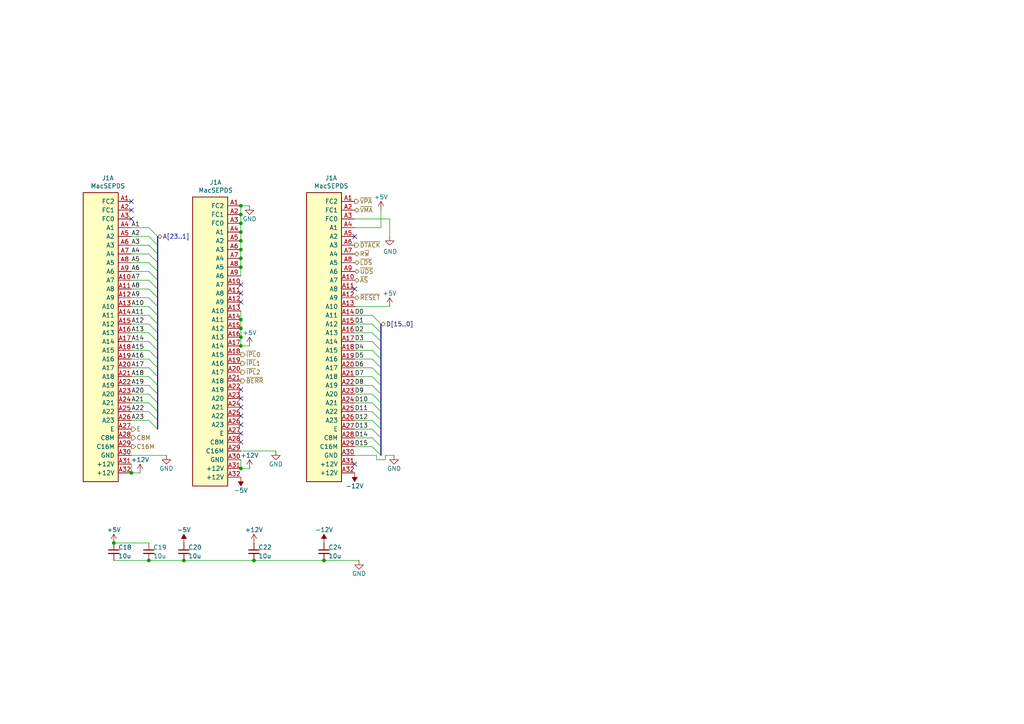
<source format=kicad_sch>
(kicad_sch (version 20211123) (generator eeschema)
  (paper "A4")
  (lib_symbols
    (symbol "Device:C_Small" (pin_numbers hide) (pin_names (offset 0.254) hide)
      (property "Reference" "C" (at 0.254 1.778 0))
      (property "Value" "C_Small" (at 0.254 -2.032 0))
      (symbol "C_Small_0_1"
        (polyline (pts (xy -1.524 -0.508) (xy 1.524 -0.508)) (stroke (width 0.3302)))
        (polyline (pts (xy -1.524 0.508) (xy 1.524 0.508)) (stroke (width 0.3048)))
      )
      (symbol "C_Small_1_1"
        (pin passive line (at 0 2.54 270) (length 2.032) (name "~") (number "1"))
        (pin passive line (at 0 -2.54 90) (length 2.032) (name "~") (number "2"))
      )
    )
    (symbol "GW_Connector:MacSEPDS" (pin_names (offset 1.016))
      (property "Reference" "J" (at 0 45.72 0))
      (property "Value" "MacSEPDS" (at 0 -40.64 0))
      (symbol "MacSEPDS_0_1"
        (rectangle (start 0 44.45) (end -10.16 -39.37) (stroke (width 0.254)) (fill (type background)))
      )
      (symbol "MacSEPDS_1_1"
        (pin unspecified line (at 3.81 41.91 180) (length 3.81) (name "FC2") (number "A1"))
        (pin unspecified line (at 3.81 19.05 180) (length 3.81) (name "A7") (number "A10"))
        (pin unspecified line (at 3.81 16.51 180) (length 3.81) (name "A8") (number "A11"))
        (pin unspecified line (at 3.81 13.97 180) (length 3.81) (name "A9") (number "A12"))
        (pin unspecified line (at 3.81 11.43 180) (length 3.81) (name "A10") (number "A13"))
        (pin unspecified line (at 3.81 8.89 180) (length 3.81) (name "A11") (number "A14"))
        (pin unspecified line (at 3.81 6.35 180) (length 3.81) (name "A12") (number "A15"))
        (pin unspecified line (at 3.81 3.81 180) (length 3.81) (name "A13") (number "A16"))
        (pin unspecified line (at 3.81 1.27 180) (length 3.81) (name "A14") (number "A17"))
        (pin unspecified line (at 3.81 -1.27 180) (length 3.81) (name "A15") (number "A18"))
        (pin unspecified line (at 3.81 -3.81 180) (length 3.81) (name "A16") (number "A19"))
        (pin unspecified line (at 3.81 39.37 180) (length 3.81) (name "FC1") (number "A2"))
        (pin unspecified line (at 3.81 -6.35 180) (length 3.81) (name "A17") (number "A20"))
        (pin unspecified line (at 3.81 -8.89 180) (length 3.81) (name "A18") (number "A21"))
        (pin unspecified line (at 3.81 -11.43 180) (length 3.81) (name "A19") (number "A22"))
        (pin unspecified line (at 3.81 -13.97 180) (length 3.81) (name "A20") (number "A23"))
        (pin unspecified line (at 3.81 -16.51 180) (length 3.81) (name "A21") (number "A24"))
        (pin unspecified line (at 3.81 -19.05 180) (length 3.81) (name "A22") (number "A25"))
        (pin unspecified line (at 3.81 -21.59 180) (length 3.81) (name "A23") (number "A26"))
        (pin unspecified line (at 3.81 -24.13 180) (length 3.81) (name "E") (number "A27"))
        (pin unspecified line (at 3.81 -26.67 180) (length 3.81) (name "C8M") (number "A28"))
        (pin unspecified line (at 3.81 -29.21 180) (length 3.81) (name "C16M") (number "A29"))
        (pin unspecified line (at 3.81 36.83 180) (length 3.81) (name "FC0") (number "A3"))
        (pin unspecified line (at 3.81 -31.75 180) (length 3.81) (name "GND") (number "A30"))
        (pin unspecified line (at 3.81 -34.29 180) (length 3.81) (name "+12V") (number "A31"))
        (pin unspecified line (at 3.81 -36.83 180) (length 3.81) (name "+12V") (number "A32"))
        (pin unspecified line (at 3.81 34.29 180) (length 3.81) (name "A1") (number "A4"))
        (pin unspecified line (at 3.81 31.75 180) (length 3.81) (name "A2") (number "A5"))
        (pin unspecified line (at 3.81 29.21 180) (length 3.81) (name "A3") (number "A6"))
        (pin unspecified line (at 3.81 26.67 180) (length 3.81) (name "A4") (number "A7"))
        (pin unspecified line (at 3.81 24.13 180) (length 3.81) (name "A5") (number "A8"))
        (pin unspecified line (at 3.81 21.59 180) (length 3.81) (name "A6") (number "A9"))
      )
      (symbol "MacSEPDS_2_1"
        (pin unspecified line (at 3.81 41.91 180) (length 3.81) (name "GND") (number "B1"))
        (pin unspecified line (at 3.81 19.05 180) (length 3.81) (name "NC") (number "B10"))
        (pin unspecified line (at 3.81 16.51 180) (length 3.81) (name "NC") (number "B11"))
        (pin unspecified line (at 3.81 13.97 180) (length 3.81) (name "~{HALT}") (number "B12"))
        (pin unspecified line (at 3.81 11.43 180) (length 3.81) (name "+5V") (number "B13"))
        (pin unspecified line (at 3.81 8.89 180) (length 3.81) (name "+5V") (number "B14"))
        (pin unspecified line (at 3.81 6.35 180) (length 3.81) (name "+5V") (number "B15"))
        (pin unspecified line (at 3.81 3.81 180) (length 3.81) (name "+5V") (number "B16"))
        (pin unspecified line (at 3.81 1.27 180) (length 3.81) (name "+5V") (number "B17"))
        (pin unspecified line (at 3.81 -1.27 180) (length 3.81) (name "~{IPL}0") (number "B18"))
        (pin unspecified line (at 3.81 -3.81 180) (length 3.81) (name "~{IPL}1") (number "B19"))
        (pin unspecified line (at 3.81 39.37 180) (length 3.81) (name "GND") (number "B2"))
        (pin unspecified line (at 3.81 -6.35 180) (length 3.81) (name "~{IPL}2") (number "B20"))
        (pin unspecified line (at 3.81 -8.89 180) (length 3.81) (name "~{BERR}") (number "B21"))
        (pin unspecified line (at 3.81 -11.43 180) (length 3.81) (name "NC") (number "B22"))
        (pin unspecified line (at 3.81 -13.97 180) (length 3.81) (name "NC") (number "B23"))
        (pin unspecified line (at 3.81 -16.51 180) (length 3.81) (name "NC") (number "B24"))
        (pin unspecified line (at 3.81 -19.05 180) (length 3.81) (name "NC") (number "B25"))
        (pin unspecified line (at 3.81 -21.59 180) (length 3.81) (name "NC") (number "B26"))
        (pin unspecified line (at 3.81 -24.13 180) (length 3.81) (name "NC") (number "B27"))
        (pin unspecified line (at 3.81 -26.67 180) (length 3.81) (name "~{EXT.DTK}") (number "B28"))
        (pin unspecified line (at 3.81 -29.21 180) (length 3.81) (name "GND") (number "B29"))
        (pin unspecified line (at 3.81 36.83 180) (length 3.81) (name "GND") (number "B3"))
        (pin unspecified line (at 3.81 -31.75 180) (length 3.81) (name "+12V") (number "B30"))
        (pin unspecified line (at 3.81 -34.29 180) (length 3.81) (name "+12V") (number "B31"))
        (pin unspecified line (at 3.81 -36.83 180) (length 3.81) (name "-5V") (number "B32"))
        (pin unspecified line (at 3.81 34.29 180) (length 3.81) (name "GND") (number "B4"))
        (pin unspecified line (at 3.81 31.75 180) (length 3.81) (name "GND") (number "B5"))
        (pin unspecified line (at 3.81 29.21 180) (length 3.81) (name "GND") (number "B6"))
        (pin unspecified line (at 3.81 26.67 180) (length 3.81) (name "GND") (number "B7"))
        (pin unspecified line (at 3.81 24.13 180) (length 3.81) (name "GND") (number "B8"))
        (pin unspecified line (at 3.81 21.59 180) (length 3.81) (name "GND") (number "B9"))
      )
      (symbol "MacSEPDS_3_1"
        (pin unspecified line (at 3.81 41.91 180) (length 3.81) (name "~{VPA}") (number "C1"))
        (pin unspecified line (at 3.81 19.05 180) (length 3.81) (name "~{AS}") (number "C10"))
        (pin unspecified line (at 3.81 16.51 180) (length 3.81) (name "~{PMCYC}") (number "C11"))
        (pin unspecified line (at 3.81 13.97 180) (length 3.81) (name "~{RESET}") (number "C12"))
        (pin unspecified line (at 3.81 11.43 180) (length 3.81) (name "+5V") (number "C13"))
        (pin unspecified line (at 3.81 8.89 180) (length 3.81) (name "D0") (number "C14"))
        (pin unspecified line (at 3.81 6.35 180) (length 3.81) (name "D1") (number "C15"))
        (pin unspecified line (at 3.81 3.81 180) (length 3.81) (name "D2") (number "C16"))
        (pin unspecified line (at 3.81 1.27 180) (length 3.81) (name "D3") (number "C17"))
        (pin unspecified line (at 3.81 -1.27 180) (length 3.81) (name "D4") (number "C18"))
        (pin unspecified line (at 3.81 -3.81 180) (length 3.81) (name "D5") (number "C19"))
        (pin unspecified line (at 3.81 39.37 180) (length 3.81) (name "~{VMA}") (number "C2"))
        (pin unspecified line (at 3.81 -6.35 180) (length 3.81) (name "D6") (number "C20"))
        (pin unspecified line (at 3.81 -8.89 180) (length 3.81) (name "D7") (number "C21"))
        (pin unspecified line (at 3.81 -11.43 180) (length 3.81) (name "D8") (number "C22"))
        (pin unspecified line (at 3.81 -13.97 180) (length 3.81) (name "D9") (number "C23"))
        (pin unspecified line (at 3.81 -16.51 180) (length 3.81) (name "D10") (number "C24"))
        (pin unspecified line (at 3.81 -19.05 180) (length 3.81) (name "D11") (number "C25"))
        (pin unspecified line (at 3.81 -21.59 180) (length 3.81) (name "D12") (number "C26"))
        (pin unspecified line (at 3.81 -24.13 180) (length 3.81) (name "D13") (number "C27"))
        (pin unspecified line (at 3.81 -26.67 180) (length 3.81) (name "D14") (number "C28"))
        (pin unspecified line (at 3.81 -29.21 180) (length 3.81) (name "D15") (number "C29"))
        (pin unspecified line (at 3.81 36.83 180) (length 3.81) (name "~{BR}") (number "C3"))
        (pin unspecified line (at 3.81 -31.75 180) (length 3.81) (name "GND") (number "C30"))
        (pin unspecified line (at 3.81 -34.29 180) (length 3.81) (name "NC") (number "C31"))
        (pin unspecified line (at 3.81 -36.83 180) (length 3.81) (name "-12V") (number "C32"))
        (pin unspecified line (at 3.81 34.29 180) (length 3.81) (name "~{BGACK}") (number "C4"))
        (pin unspecified line (at 3.81 31.75 180) (length 3.81) (name "~{BG}") (number "C5"))
        (pin unspecified line (at 3.81 29.21 180) (length 3.81) (name "~{DTACK}") (number "C6"))
        (pin unspecified line (at 3.81 26.67 180) (length 3.81) (name "R~{W}") (number "C7"))
        (pin unspecified line (at 3.81 24.13 180) (length 3.81) (name "~{LDS}") (number "C8"))
        (pin unspecified line (at 3.81 21.59 180) (length 3.81) (name "~{UDS}") (number "C9"))
      )
    )
    (symbol "power:+12V" (power) (pin_names (offset 0))
      (property "Value" "+12V" (at 0 3.556 0))
      (symbol "+12V_0_1"
        (polyline (pts (xy -0.762 1.27) (xy 0 2.54)))
        (polyline (pts (xy 0 0) (xy 0 2.54)))
        (polyline (pts (xy 0 2.54) (xy 0.762 1.27)))
      )
      (symbol "+12V_1_1"
        (pin power_in line (at 0 0 90) (length 0) hide (name "+12V") (number "1"))
      )
    )
    (symbol "power:+5V" (power) (pin_names (offset 0))
      (property "Value" "+5V" (at 0 3.556 0))
      (symbol "+5V_0_1"
        (polyline (pts (xy -0.762 1.27) (xy 0 2.54)))
        (polyline (pts (xy 0 0) (xy 0 2.54)))
        (polyline (pts (xy 0 2.54) (xy 0.762 1.27)))
      )
      (symbol "+5V_1_1"
        (pin power_in line (at 0 0 90) (length 0) hide (name "+5V") (number "1"))
      )
    )
    (symbol "power:-12V" (power) (pin_names (offset 0))
      (property "Value" "-12V" (at 0 3.81 0))
      (symbol "-12V_0_0"
        (pin power_in line (at 0 0 90) (length 0) hide (name "-12V") (number "1"))
      )
      (symbol "-12V_0_1"
        (polyline (pts (xy 0 0) (xy 0 1.27) (xy 0.762 1.27) (xy 0 2.54) (xy -0.762 1.27) (xy 0 1.27)) (fill (type outline)))
      )
    )
    (symbol "power:-5V" (power) (pin_names (offset 0))
      (property "Value" "-5V" (at 0 3.81 0))
      (symbol "-5V_0_0"
        (pin power_in line (at 0 0 90) (length 0) hide (name "-5V") (number "1"))
      )
      (symbol "-5V_0_1"
        (polyline (pts (xy 0 0) (xy 0 1.27) (xy 0.762 1.27) (xy 0 2.54) (xy -0.762 1.27) (xy 0 1.27)) (fill (type outline)))
      )
    )
    (symbol "power:GND" (power) (pin_names (offset 0))
      (property "Value" "GND" (at 0 -3.81 0))
      (symbol "GND_0_1"
        (polyline (pts (xy 0 0) (xy 0 -1.27) (xy 1.27 -1.27) (xy 0 -2.54) (xy -1.27 -1.27) (xy 0 -1.27)))
      )
      (symbol "GND_1_1"
        (pin power_in line (at 0 0 270) (length 0) hide (name "GND") (number "1"))
      )
    )
  )
  (junction (at 69.85 92.71))
  (junction (at 69.85 59.69))
  (junction (at 69.85 62.23))
  (junction (at 69.85 69.85))
  (junction (at 33.02 157.48))
  (junction (at 69.85 100.33))
  (junction (at 69.85 135.89))
  (junction (at 69.85 95.25))
  (junction (at 93.98 162.56))
  (junction (at 69.85 67.31))
  (junction (at 38.1 137.16))
  (junction (at 73.66 162.56))
  (junction (at 43.18 162.56))
  (junction (at 69.85 64.77))
  (junction (at 53.34 162.56))
  (junction (at 69.85 72.39))
  (junction (at 69.85 74.93))
  (junction (at 69.85 97.79))
  (junction (at 69.85 77.47))
  (no_connect (at 69.85 85.09))
  (no_connect (at 69.85 82.55))
  (no_connect (at 69.85 123.19))
  (no_connect (at 69.85 118.11))
  (no_connect (at 38.1 60.96))
  (no_connect (at 69.85 120.65))
  (no_connect (at 38.1 63.5))
  (no_connect (at 102.87 68.58))
  (no_connect (at 69.85 87.63))
  (no_connect (at 69.85 125.73))
  (no_connect (at 38.1 58.42))
  (no_connect (at 102.87 134.62))
  (no_connect (at 69.85 128.27))
  (no_connect (at 69.85 113.03))
  (no_connect (at 69.85 115.57))
  (no_connect (at 102.87 83.82))
  (bus_entry (at 43.18 73.66) (size 2.54 2.54))
  (bus_entry (at 107.95 121.92) (size 2.54 2.54))
  (bus_entry (at 107.95 91.44) (size 2.54 2.54))
  (bus_entry (at 107.95 119.38) (size 2.54 2.54))
  (bus_entry (at 107.95 114.3) (size 2.54 2.54))
  (bus_entry (at 43.18 68.58) (size 2.54 2.54))
  (bus_entry (at 43.18 99.06) (size 2.54 2.54))
  (bus_entry (at 107.95 111.76) (size 2.54 2.54))
  (bus_entry (at 107.95 129.54) (size 2.54 2.54))
  (bus_entry (at 43.18 76.2) (size 2.54 2.54))
  (bus_entry (at 43.18 111.76) (size 2.54 2.54))
  (bus_entry (at 43.18 83.82) (size 2.54 2.54))
  (bus_entry (at 43.18 121.92) (size 2.54 2.54))
  (bus_entry (at 107.95 127) (size 2.54 2.54))
  (bus_entry (at 43.18 78.74) (size 2.54 2.54))
  (bus_entry (at 43.18 66.04) (size 2.54 2.54))
  (bus_entry (at 43.18 91.44) (size 2.54 2.54))
  (bus_entry (at 107.95 101.6) (size 2.54 2.54))
  (bus_entry (at 43.18 114.3) (size 2.54 2.54))
  (bus_entry (at 43.18 81.28) (size 2.54 2.54))
  (bus_entry (at 43.18 71.12) (size 2.54 2.54))
  (bus_entry (at 107.95 99.06) (size 2.54 2.54))
  (bus_entry (at 107.95 93.98) (size 2.54 2.54))
  (bus_entry (at 43.18 116.84) (size 2.54 2.54))
  (bus_entry (at 107.95 106.68) (size 2.54 2.54))
  (bus_entry (at 43.18 101.6) (size 2.54 2.54))
  (bus_entry (at 43.18 104.14) (size 2.54 2.54))
  (bus_entry (at 43.18 109.22) (size 2.54 2.54))
  (bus_entry (at 107.95 96.52) (size 2.54 2.54))
  (bus_entry (at 43.18 93.98) (size 2.54 2.54))
  (bus_entry (at 107.95 109.22) (size 2.54 2.54))
  (bus_entry (at 107.95 124.46) (size 2.54 2.54))
  (bus_entry (at 43.18 86.36) (size 2.54 2.54))
  (bus_entry (at 107.95 116.84) (size 2.54 2.54))
  (bus_entry (at 43.18 96.52) (size 2.54 2.54))
  (bus_entry (at 107.95 104.14) (size 2.54 2.54))
  (bus_entry (at 43.18 119.38) (size 2.54 2.54))
  (bus_entry (at 43.18 106.68) (size 2.54 2.54))
  (bus_entry (at 43.18 88.9) (size 2.54 2.54))
  (wire (pts (xy 69.85 69.85) (xy 69.85 67.31)))
  (wire (pts (xy 38.1 109.22) (xy 43.18 109.22)))
  (bus (pts (xy 45.72 68.58) (xy 45.72 71.12)))
  (wire (pts (xy 102.87 116.84) (xy 107.95 116.84)))
  (bus (pts (xy 110.49 109.22) (xy 110.49 111.76)))
  (wire (pts (xy 40.64 137.16) (xy 38.1 137.16)))
  (bus (pts (xy 110.49 106.68) (xy 110.49 109.22)))
  (wire (pts (xy 102.87 99.06) (xy 107.95 99.06)))
  (bus (pts (xy 45.72 86.36) (xy 45.72 88.9)))
  (bus (pts (xy 45.72 121.92) (xy 45.72 124.46)))
  (wire (pts (xy 69.85 95.25) (xy 69.85 97.79)))
  (bus (pts (xy 45.72 111.76) (xy 45.72 114.3)))
  (bus (pts (xy 110.49 129.54) (xy 110.49 132.08)))
  (bus (pts (xy 45.72 71.12) (xy 45.72 73.66)))
  (wire (pts (xy 38.1 78.74) (xy 43.18 78.74)))
  (wire (pts (xy 69.85 67.31) (xy 69.85 64.77)))
  (bus (pts (xy 110.49 111.76) (xy 110.49 114.3)))
  (bus (pts (xy 45.72 76.2) (xy 45.72 78.74)))
  (wire (pts (xy 102.87 106.68) (xy 107.95 106.68)))
  (wire (pts (xy 69.85 62.23) (xy 69.85 59.69)))
  (wire (pts (xy 102.87 91.44) (xy 107.95 91.44)))
  (bus (pts (xy 110.49 114.3) (xy 110.49 116.84)))
  (wire (pts (xy 43.18 162.56) (xy 53.34 162.56)))
  (wire (pts (xy 38.1 106.68) (xy 43.18 106.68)))
  (bus (pts (xy 45.72 73.66) (xy 45.72 76.2)))
  (bus (pts (xy 45.72 114.3) (xy 45.72 116.84)))
  (bus (pts (xy 45.72 109.22) (xy 45.72 111.76)))
  (wire (pts (xy 33.02 157.48) (xy 43.18 157.48)))
  (wire (pts (xy 38.1 73.66) (xy 43.18 73.66)))
  (bus (pts (xy 45.72 96.52) (xy 45.72 99.06)))
  (wire (pts (xy 102.87 109.22) (xy 107.95 109.22)))
  (wire (pts (xy 113.03 63.5) (xy 113.03 68.58)))
  (wire (pts (xy 102.87 93.98) (xy 107.95 93.98)))
  (bus (pts (xy 45.72 78.74) (xy 45.72 81.28)))
  (wire (pts (xy 111.76 133.35) (xy 111.76 132.08)))
  (wire (pts (xy 38.1 114.3) (xy 43.18 114.3)))
  (wire (pts (xy 102.87 111.76) (xy 107.95 111.76)))
  (bus (pts (xy 45.72 101.6) (xy 45.72 104.14)))
  (wire (pts (xy 38.1 101.6) (xy 43.18 101.6)))
  (wire (pts (xy 69.85 72.39) (xy 69.85 69.85)))
  (wire (pts (xy 111.76 132.08) (xy 114.3 132.08)))
  (wire (pts (xy 38.1 66.04) (xy 43.18 66.04)))
  (wire (pts (xy 38.1 121.92) (xy 43.18 121.92)))
  (wire (pts (xy 38.1 76.2) (xy 43.18 76.2)))
  (wire (pts (xy 48.26 132.08) (xy 38.1 132.08)))
  (bus (pts (xy 110.49 96.52) (xy 110.49 99.06)))
  (wire (pts (xy 69.85 80.01) (xy 69.85 77.47)))
  (wire (pts (xy 69.85 64.77) (xy 69.85 62.23)))
  (bus (pts (xy 110.49 99.06) (xy 110.49 101.6)))
  (bus (pts (xy 45.72 99.06) (xy 45.72 101.6)))
  (bus (pts (xy 45.72 119.38) (xy 45.72 121.92)))
  (wire (pts (xy 93.98 162.56) (xy 104.14 162.56)))
  (wire (pts (xy 102.87 88.9) (xy 113.03 88.9)))
  (wire (pts (xy 102.87 132.08) (xy 109.22 132.08)))
  (wire (pts (xy 102.87 124.46) (xy 107.95 124.46)))
  (wire (pts (xy 102.87 96.52) (xy 107.95 96.52)))
  (bus (pts (xy 110.49 119.38) (xy 110.49 121.92)))
  (wire (pts (xy 102.87 63.5) (xy 113.03 63.5)))
  (wire (pts (xy 38.1 119.38) (xy 43.18 119.38)))
  (bus (pts (xy 110.49 127) (xy 110.49 129.54)))
  (wire (pts (xy 102.87 114.3) (xy 107.95 114.3)))
  (wire (pts (xy 102.87 101.6) (xy 107.95 101.6)))
  (wire (pts (xy 109.22 133.35) (xy 111.76 133.35)))
  (bus (pts (xy 45.72 83.82) (xy 45.72 86.36)))
  (bus (pts (xy 110.49 104.14) (xy 110.49 106.68)))
  (wire (pts (xy 102.87 129.54) (xy 107.95 129.54)))
  (wire (pts (xy 69.85 133.35) (xy 69.85 135.89)))
  (wire (pts (xy 38.1 91.44) (xy 43.18 91.44)))
  (bus (pts (xy 45.72 93.98) (xy 45.72 96.52)))
  (wire (pts (xy 102.87 66.04) (xy 110.49 66.04)))
  (wire (pts (xy 102.87 127) (xy 107.95 127)))
  (bus (pts (xy 110.49 124.46) (xy 110.49 127)))
  (wire (pts (xy 69.85 92.71) (xy 69.85 95.25)))
  (wire (pts (xy 38.1 116.84) (xy 43.18 116.84)))
  (wire (pts (xy 109.22 132.08) (xy 109.22 133.35)))
  (wire (pts (xy 102.87 119.38) (xy 107.95 119.38)))
  (wire (pts (xy 38.1 81.28) (xy 43.18 81.28)))
  (wire (pts (xy 69.85 77.47) (xy 69.85 74.93)))
  (bus (pts (xy 45.72 88.9) (xy 45.72 91.44)))
  (wire (pts (xy 38.1 104.14) (xy 43.18 104.14)))
  (wire (pts (xy 38.1 96.52) (xy 43.18 96.52)))
  (wire (pts (xy 38.1 111.76) (xy 43.18 111.76)))
  (bus (pts (xy 110.49 93.98) (xy 110.49 96.52)))
  (wire (pts (xy 69.85 74.93) (xy 69.85 72.39)))
  (wire (pts (xy 33.02 162.56) (xy 43.18 162.56)))
  (bus (pts (xy 45.72 104.14) (xy 45.72 106.68)))
  (wire (pts (xy 72.39 59.69) (xy 69.85 59.69)))
  (wire (pts (xy 38.1 86.36) (xy 43.18 86.36)))
  (bus (pts (xy 45.72 81.28) (xy 45.72 83.82)))
  (wire (pts (xy 38.1 68.58) (xy 43.18 68.58)))
  (wire (pts (xy 102.87 121.92) (xy 107.95 121.92)))
  (wire (pts (xy 80.01 130.81) (xy 69.85 130.81)))
  (bus (pts (xy 110.49 101.6) (xy 110.49 104.14)))
  (wire (pts (xy 69.85 97.79) (xy 69.85 100.33)))
  (wire (pts (xy 38.1 83.82) (xy 43.18 83.82)))
  (wire (pts (xy 38.1 93.98) (xy 43.18 93.98)))
  (wire (pts (xy 53.34 162.56) (xy 73.66 162.56)))
  (bus (pts (xy 110.49 116.84) (xy 110.49 119.38)))
  (wire (pts (xy 69.85 90.17) (xy 69.85 92.71)))
  (bus (pts (xy 45.72 106.68) (xy 45.72 109.22)))
  (wire (pts (xy 102.87 104.14) (xy 107.95 104.14)))
  (wire (pts (xy 38.1 71.12) (xy 43.18 71.12)))
  (bus (pts (xy 45.72 91.44) (xy 45.72 93.98)))
  (bus (pts (xy 45.72 116.84) (xy 45.72 119.38)))
  (wire (pts (xy 72.39 100.33) (xy 69.85 100.33)))
  (wire (pts (xy 72.39 135.89) (xy 69.85 135.89)))
  (wire (pts (xy 38.1 88.9) (xy 43.18 88.9)))
  (wire (pts (xy 73.66 162.56) (xy 93.98 162.56)))
  (bus (pts (xy 110.49 121.92) (xy 110.49 124.46)))
  (wire (pts (xy 110.49 66.04) (xy 110.49 60.96)))
  (wire (pts (xy 38.1 137.16) (xy 38.1 134.62)))
  (wire (pts (xy 38.1 99.06) (xy 43.18 99.06)))
  (label "A21" (at 38.1 116.84 0))
  (label "A3" (at 38.1 71.12 0))
  (label "D12" (at 102.87 121.92 0))
  (label "A11" (at 38.1 91.44 0))
  (label "D7" (at 102.87 109.22 0))
  (label "A15" (at 38.1 101.6 0))
  (label "A20" (at 38.1 114.3 0))
  (label "A16" (at 38.1 104.14 0))
  (label "D9" (at 102.87 114.3 0))
  (label "A23" (at 38.1 121.92 0))
  (label "A18" (at 38.1 109.22 0))
  (label "A7" (at 38.1 81.28 0))
  (label "D2" (at 102.87 96.52 0))
  (label "A4" (at 38.1 73.66 0))
  (label "A8" (at 38.1 83.82 0))
  (label "A22" (at 38.1 119.38 0))
  (label "D6" (at 102.87 106.68 0))
  (label "A17" (at 38.1 106.68 0))
  (label "D5" (at 102.87 104.14 0))
  (label "A14" (at 38.1 99.06 0))
  (label "D1" (at 102.87 93.98 0))
  (label "D15" (at 102.87 129.54 0))
  (label "A5" (at 38.1 76.2 0))
  (label "D0" (at 102.87 91.44 0))
  (label "A6" (at 38.1 78.74 0))
  (label "A10" (at 38.1 88.9 0))
  (label "D14" (at 102.87 127 0))
  (label "A9" (at 38.1 86.36 0))
  (label "D8" (at 102.87 111.76 0))
  (label "A13" (at 38.1 96.52 0))
  (label "D3" (at 102.87 99.06 0))
  (label "D4" (at 102.87 101.6 0))
  (label "D10" (at 102.87 116.84 0))
  (label "A1" (at 38.1 66.04 0))
  (label "A12" (at 38.1 93.98 0))
  (label "D13" (at 102.87 124.46 0))
  (label "A19" (at 38.1 111.76 0))
  (label "D11" (at 102.87 119.38 0))
  (label "A2" (at 38.1 68.58 0))
  (hierarchical_label "E" (shape output) (at 38.1 124.46 0))
  (hierarchical_label "~{IPL}2" (shape output) (at 69.85 107.95 0))
  (hierarchical_label "C8M" (shape output) (at 38.1 127 0))
  (hierarchical_label "R~{W}" (shape bidirectional) (at 102.87 73.66 0))
  (hierarchical_label "~{AS}" (shape bidirectional) (at 102.87 81.28 0))
  (hierarchical_label "~{VMA}" (shape bidirectional) (at 102.87 60.96 0))
  (hierarchical_label "~{IPL}1" (shape output) (at 69.85 105.41 0))
  (hierarchical_label "~{UDS}" (shape bidirectional) (at 102.87 78.74 0))
  (hierarchical_label "~{RESET}" (shape bidirectional) (at 102.87 86.36 0))
  (hierarchical_label "A[23..1]" (shape bidirectional) (at 45.72 68.58 0))
  (hierarchical_label "C16M" (shape output) (at 38.1 129.54 0))
  (hierarchical_label "D[15..0]" (shape bidirectional) (at 110.49 93.98 0))
  (hierarchical_label "~{BERR}" (shape output) (at 69.85 110.49 0))
  (hierarchical_label "~{IPL}0" (shape output) (at 69.85 102.87 0))
  (hierarchical_label "~{DTACK}" (shape output) (at 102.87 71.12 0))
  (hierarchical_label "~{VPA}" (shape output) (at 102.87 58.42 0))
  (hierarchical_label "~{LDS}" (shape bidirectional) (at 102.87 76.2 0))
  (symbol (lib_id "GW_Connector:MacSEPDS") (at 34.29 100.33 0)
    (property "Reference" "J1" (at 31.2928 51.6382 0))
    (property "Value" "MacSEPDS" (at 31.2928 53.9496 0))
    (property "Footprint" "stdpads:DIN41612_R_3x32_Male_Vertical_THT" (effects hide))
  )
  (symbol (lib_id "GW_Connector:MacSEPDS") (at 66.04 101.6 0)
    (property "Reference" "J1" (at 62.5348 52.9082 0))
    (property "Value" "MacSEPDS" (at 62.5348 55.2196 0))
    (property "Footprint" "stdpads:DIN41612_R_3x32_Male_Vertical_THT" (effects hide))
  )
  (symbol (lib_id "GW_Connector:MacSEPDS") (at 99.06 100.33 0)
    (property "Reference" "J1" (at 96.0628 51.6382 0))
    (property "Value" "MacSEPDS" (at 96.0628 53.9496 0))
    (property "Footprint" "stdpads:DIN41612_R_3x32_Male_Vertical_THT" (effects hide))
  )
  (symbol (lib_id "power:+5V") (at 72.39 100.33 0) (unit 1)
    (property "Reference" "#PWR0143" (effects hide))
    (property "Value" "+5V" (at 72.39 96.52 0))
  )
  (symbol (lib_id "power:GND") (at 72.39 59.69 0) (unit 1)
    (property "Reference" "#PWR0144" (effects hide))
    (property "Value" "GND" (at 72.39 63.5 0))
  )
  (symbol (lib_id "power:GND") (at 114.3 132.08 0) (unit 1)
    (property "Reference" "#PWR0146" (effects hide))
    (property "Value" "GND" (at 114.3 135.89 0))
  )
  (symbol (lib_id "power:GND") (at 48.26 132.08 0) (unit 1)
    (property "Reference" "#PWR0147" (effects hide))
    (property "Value" "GND" (at 48.26 135.89 0))
  )
  (symbol (lib_id "power:+5V") (at 113.03 88.9 0) (unit 1)
    (property "Reference" "#PWR0148" (effects hide))
    (property "Value" "+5V" (at 113.03 85.09 0))
  )
  (symbol (lib_id "power:GND") (at 80.01 130.81 0) (unit 1)
    (property "Reference" "#PWR0149" (effects hide))
    (property "Value" "GND" (at 80.01 134.62 0))
  )
  (symbol (lib_id "Device:C_Small") (at 53.34 160.02 0)
    (property "Reference" "C20" (at 54.61 158.75 0) (effects (justify left)))
    (property "Value" "10u" (at 54.61 161.29 0) (effects (justify left)))
    (property "Footprint" "stdpads:C_0805" (effects hide))
    (property "LCSC Part" "C15850" (effects hide))
  )
  (symbol (lib_id "Device:C_Small") (at 43.18 160.02 0)
    (property "Reference" "C19" (at 44.45 158.75 0) (effects (justify left)))
    (property "Value" "10u" (at 44.45 161.29 0) (effects (justify left)))
    (property "Footprint" "stdpads:C_0805" (effects hide))
    (property "LCSC Part" "C15850" (effects hide))
  )
  (symbol (lib_id "Device:C_Small") (at 73.66 160.02 0)
    (property "Reference" "C22" (at 74.93 158.75 0) (effects (justify left)))
    (property "Value" "10u" (at 74.93 161.29 0) (effects (justify left)))
    (property "Footprint" "stdpads:C_0805" (effects hide))
    (property "LCSC Part" "C15850" (effects hide))
  )
  (symbol (lib_id "Device:C_Small") (at 33.02 160.02 0)
    (property "Reference" "C18" (at 34.29 158.75 0) (effects (justify left)))
    (property "Value" "10u" (at 34.29 161.29 0) (effects (justify left)))
    (property "Footprint" "stdpads:C_0805" (effects hide))
    (property "LCSC Part" "C15850" (effects hide))
  )
  (symbol (lib_id "power:+5V") (at 33.02 157.48 0) (unit 1)
    (property "Reference" "#PWR0151" (effects hide))
    (property "Value" "+5V" (at 33.02 153.67 0))
  )
  (symbol (lib_id "power:+12V") (at 73.66 157.48 0) (unit 1)
    (property "Reference" "#PWR0155" (effects hide))
    (property "Value" "+12V" (at 73.66 153.67 0))
  )
  (symbol (lib_id "power:-12V") (at 93.98 157.48 0) (unit 1)
    (property "Reference" "#PWR0152" (effects hide))
    (property "Value" "-12V" (at 93.98 153.67 0))
  )
  (symbol (lib_id "power:GND") (at 104.14 162.56 0) (mirror y)
    (property "Reference" "#PWR0153" (effects hide))
    (property "Value" "GND" (at 104.14 166.37 0))
  )
  (symbol (lib_id "Device:C_Small") (at 93.98 160.02 0)
    (property "Reference" "C24" (at 95.25 158.75 0) (effects (justify left)))
    (property "Value" "10u" (at 95.25 161.29 0) (effects (justify left)))
    (property "Footprint" "stdpads:C_0805" (effects hide))
    (property "LCSC Part" "C15850" (effects hide))
  )
  (symbol (lib_id "power:-5V") (at 53.34 157.48 0) (unit 1)
    (property "Reference" "#PWR0154" (effects hide))
    (property "Value" "-5V" (at 53.34 153.67 0))
  )
  (symbol (lib_id "power:GND") (at 113.03 68.58 0) (unit 1)
    (property "Reference" "#PWR0156" (effects hide))
    (property "Value" "GND" (at 113.157 72.9742 0))
  )
  (symbol (lib_id "power:+5V") (at 110.49 60.96 0) (unit 1)
    (property "Reference" "#PWR0157" (effects hide))
    (property "Value" "+5V" (at 110.49 57.15 0))
  )
  (symbol (lib_id "power:-5V") (at 69.85 138.43 180) (unit 1)
    (property "Reference" "#PWR0109" (effects hide))
    (property "Value" "-5V" (at 69.85 142.24 0))
  )
  (symbol (lib_id "power:+12V") (at 40.64 137.16 0) (unit 1)
    (property "Reference" "#PWR0110" (effects hide))
    (property "Value" "+12V" (at 40.64 133.35 0))
  )
  (symbol (lib_id "power:+12V") (at 72.39 135.89 0) (unit 1)
    (property "Reference" "#PWR0111" (effects hide))
    (property "Value" "+12V" (at 72.39 132.08 0))
  )
  (symbol (lib_id "power:-12V") (at 102.87 137.16 180) (unit 1)
    (property "Reference" "#PWR0112" (effects hide))
    (property "Value" "-12V" (at 102.87 140.97 0))
  )
)
</source>
